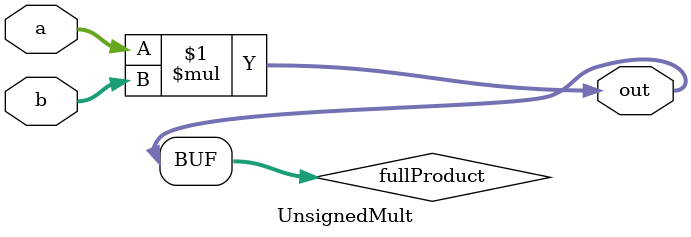
<source format=v>
/*
	UnsignedMult.v
	   - this version is not clocked
*/
	
`timescale 1ns / 1ps

module UnsignedMult #(parameter WidthA = 8,
                                WidthB = 8,
                                WidthOut = 16)
                     (output [WidthOut-1:0] out, 
                      input  [WidthA-1:0]  a, 
                      input  [WidthB-1:0]  b);
    
    wire [WidthA + WidthB-1 : 0] fullProduct;
    assign fullProduct = a * b;
    assign out = fullProduct [WidthA+WidthB-1 : WidthA+WidthB-WidthOut];
endmodule

</source>
